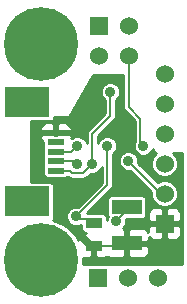
<source format=gbl>
G04 (created by PCBNEW (2013-04-19 BZR 4011)-stable) date 16/10/2013 10:05:19*
%MOIN*%
G04 Gerber Fmt 3.4, Leading zero omitted, Abs format*
%FSLAX34Y34*%
G01*
G70*
G90*
G04 APERTURE LIST*
%ADD10C,2.3622e-006*%
%ADD11R,0.055X0.035*%
%ADD12C,0.2461*%
%ADD13R,0.1496X0.0984*%
%ADD14R,0.0551X0.0197*%
%ADD15R,0.1X0.05*%
%ADD16R,0.06X0.06*%
%ADD17C,0.06*%
%ADD18C,0.035*%
%ADD19C,0.008*%
%ADD20C,0.025*%
%ADD21C,0.01*%
G04 APERTURE END LIST*
G54D10*
G54D11*
X61650Y-42475D03*
X61650Y-43225D03*
G54D12*
X59900Y-36500D03*
X59900Y-43700D03*
G54D13*
X59437Y-38446D03*
X59437Y-41754D03*
G54D14*
X60382Y-39470D03*
X60382Y-39785D03*
X60382Y-40730D03*
X60382Y-40415D03*
X60382Y-40100D03*
G54D15*
X62750Y-41950D03*
X62750Y-43150D03*
G54D16*
X61800Y-44300D03*
G54D17*
X62800Y-44300D03*
X63800Y-44300D03*
G54D16*
X64010Y-42500D03*
G54D17*
X64010Y-41500D03*
X64010Y-40500D03*
X64010Y-39500D03*
X64010Y-38500D03*
X64010Y-37500D03*
G54D16*
X61810Y-35900D03*
G54D17*
X61810Y-36900D03*
X62810Y-35900D03*
X62810Y-36900D03*
G54D18*
X62100Y-39900D03*
X61050Y-42250D03*
X62200Y-38100D03*
X62400Y-42400D03*
X61600Y-40500D03*
X62800Y-40400D03*
X61100Y-40500D03*
X61100Y-39900D03*
X63300Y-39900D03*
X61900Y-42000D03*
X61800Y-38400D03*
G54D19*
X61050Y-42250D02*
X61060Y-42250D01*
X62100Y-41210D02*
X62100Y-39900D01*
X61060Y-42250D02*
X62100Y-41210D01*
X61145Y-42345D02*
X61640Y-42345D01*
X61050Y-42250D02*
X61145Y-42345D01*
X62200Y-38600D02*
X62200Y-38100D01*
X60382Y-40730D02*
X60840Y-40730D01*
X61290Y-40810D02*
X61600Y-40500D01*
X60920Y-40810D02*
X61290Y-40810D01*
X60840Y-40730D02*
X60920Y-40810D01*
X62750Y-42050D02*
X62750Y-41950D01*
X62400Y-42400D02*
X62750Y-42050D01*
X62200Y-38650D02*
X62200Y-38600D01*
X61600Y-40500D02*
X61600Y-39500D01*
X62200Y-38900D02*
X62200Y-38650D01*
X61600Y-39500D02*
X62200Y-38900D01*
X63900Y-41500D02*
X64010Y-41500D01*
X62800Y-40400D02*
X63900Y-41500D01*
X60382Y-40415D02*
X61015Y-40415D01*
X61015Y-40415D02*
X61100Y-40500D01*
X60382Y-40100D02*
X60900Y-40100D01*
X60900Y-40100D02*
X61100Y-39900D01*
X62810Y-36900D02*
X62810Y-38610D01*
X62810Y-38610D02*
X63200Y-39000D01*
X63300Y-39900D02*
X63200Y-39800D01*
X63200Y-39800D02*
X63200Y-39000D01*
G54D20*
X61650Y-43225D02*
X61545Y-43225D01*
X61545Y-43225D02*
X61170Y-42850D01*
G54D19*
X61650Y-43225D02*
X62675Y-43225D01*
X62675Y-43225D02*
X62750Y-43150D01*
X61640Y-43095D02*
X61655Y-43095D01*
G54D10*
G36*
X64575Y-43850D02*
X64560Y-43850D01*
X64560Y-42849D01*
X64560Y-42150D01*
X64522Y-42058D01*
X64460Y-41996D01*
X64460Y-41410D01*
X64391Y-41245D01*
X64265Y-41118D01*
X64099Y-41050D01*
X63920Y-41049D01*
X63777Y-41109D01*
X63124Y-40456D01*
X63125Y-40335D01*
X63075Y-40216D01*
X62984Y-40124D01*
X62864Y-40075D01*
X62735Y-40074D01*
X62616Y-40124D01*
X62524Y-40215D01*
X62475Y-40335D01*
X62474Y-40464D01*
X62524Y-40583D01*
X62615Y-40675D01*
X62735Y-40724D01*
X62856Y-40725D01*
X63560Y-41428D01*
X63559Y-41589D01*
X63628Y-41754D01*
X63754Y-41881D01*
X63920Y-41949D01*
X64099Y-41950D01*
X64264Y-41881D01*
X64391Y-41755D01*
X64459Y-41589D01*
X64460Y-41410D01*
X64460Y-41996D01*
X64451Y-41988D01*
X64359Y-41950D01*
X64260Y-41949D01*
X64122Y-41950D01*
X64060Y-42012D01*
X64060Y-42450D01*
X64497Y-42450D01*
X64560Y-42387D01*
X64560Y-42150D01*
X64560Y-42849D01*
X64560Y-42612D01*
X64497Y-42550D01*
X64060Y-42550D01*
X64060Y-42987D01*
X64122Y-43050D01*
X64260Y-43050D01*
X64359Y-43049D01*
X64451Y-43011D01*
X64522Y-42941D01*
X64560Y-42849D01*
X64560Y-43850D01*
X63960Y-43850D01*
X63960Y-42987D01*
X63960Y-42550D01*
X63960Y-42450D01*
X63960Y-42012D01*
X63897Y-41950D01*
X63759Y-41949D01*
X63660Y-41950D01*
X63568Y-41988D01*
X63497Y-42058D01*
X63459Y-42150D01*
X63460Y-42387D01*
X63522Y-42450D01*
X63960Y-42450D01*
X63960Y-42550D01*
X63522Y-42550D01*
X63460Y-42612D01*
X63459Y-42756D01*
X63391Y-42688D01*
X63299Y-42650D01*
X63200Y-42649D01*
X62862Y-42650D01*
X62800Y-42712D01*
X62800Y-43100D01*
X63437Y-43100D01*
X63500Y-43037D01*
X63500Y-42943D01*
X63568Y-43011D01*
X63660Y-43049D01*
X63759Y-43050D01*
X63897Y-43050D01*
X63960Y-42987D01*
X63960Y-43850D01*
X63799Y-43850D01*
X63710Y-43849D01*
X63710Y-43850D01*
X63500Y-43850D01*
X63500Y-43449D01*
X63500Y-43262D01*
X63437Y-43200D01*
X62800Y-43200D01*
X62800Y-43587D01*
X62862Y-43650D01*
X63200Y-43650D01*
X63299Y-43649D01*
X63391Y-43611D01*
X63462Y-43541D01*
X63500Y-43449D01*
X63500Y-43850D01*
X62799Y-43850D01*
X62710Y-43849D01*
X62710Y-43850D01*
X62700Y-43850D01*
X62100Y-43850D01*
X62070Y-43849D01*
X61470Y-43849D01*
X61470Y-43850D01*
X61280Y-43850D01*
X61280Y-43631D01*
X61325Y-43649D01*
X61424Y-43650D01*
X61537Y-43650D01*
X61600Y-43587D01*
X61600Y-43275D01*
X61592Y-43275D01*
X61592Y-43175D01*
X61600Y-43175D01*
X61600Y-43167D01*
X61700Y-43167D01*
X61700Y-43175D01*
X61707Y-43175D01*
X61707Y-43275D01*
X61700Y-43275D01*
X61700Y-43587D01*
X61762Y-43650D01*
X61875Y-43650D01*
X61974Y-43649D01*
X62066Y-43611D01*
X62087Y-43591D01*
X62108Y-43611D01*
X62200Y-43649D01*
X62299Y-43650D01*
X62637Y-43650D01*
X62700Y-43587D01*
X62700Y-43200D01*
X62692Y-43200D01*
X62692Y-43100D01*
X62700Y-43100D01*
X62700Y-42712D01*
X62637Y-42650D01*
X62609Y-42649D01*
X62675Y-42584D01*
X62724Y-42464D01*
X62725Y-42350D01*
X63279Y-42350D01*
X63334Y-42327D01*
X63377Y-42285D01*
X63399Y-42229D01*
X63400Y-42170D01*
X63400Y-41670D01*
X63377Y-41615D01*
X63335Y-41572D01*
X63279Y-41550D01*
X63220Y-41549D01*
X62220Y-41549D01*
X62165Y-41572D01*
X62122Y-41614D01*
X62100Y-41670D01*
X62099Y-41729D01*
X62099Y-42229D01*
X62109Y-42252D01*
X62075Y-42335D01*
X62075Y-42369D01*
X62075Y-42270D01*
X62052Y-42215D01*
X62010Y-42172D01*
X61954Y-42150D01*
X61895Y-42149D01*
X61428Y-42149D01*
X62234Y-41344D01*
X62234Y-41344D01*
X62234Y-41344D01*
X62275Y-41282D01*
X62290Y-41210D01*
X62290Y-40169D01*
X62375Y-40084D01*
X62424Y-39964D01*
X62425Y-39835D01*
X62375Y-39716D01*
X62284Y-39624D01*
X62164Y-39575D01*
X62035Y-39574D01*
X61916Y-39624D01*
X61824Y-39715D01*
X61790Y-39799D01*
X61790Y-39578D01*
X62334Y-39034D01*
X62334Y-39034D01*
X62334Y-39034D01*
X62375Y-38972D01*
X62390Y-38900D01*
X62390Y-38650D01*
X62390Y-38600D01*
X62390Y-38369D01*
X62475Y-38284D01*
X62524Y-38164D01*
X62525Y-38035D01*
X62475Y-37916D01*
X62384Y-37824D01*
X62264Y-37775D01*
X62135Y-37774D01*
X62016Y-37824D01*
X61924Y-37915D01*
X61875Y-38035D01*
X61874Y-38164D01*
X61924Y-38283D01*
X62010Y-38369D01*
X62010Y-38600D01*
X62010Y-38650D01*
X62010Y-38821D01*
X61465Y-39365D01*
X61424Y-39427D01*
X61410Y-39500D01*
X61410Y-39799D01*
X61375Y-39716D01*
X61284Y-39624D01*
X61164Y-39575D01*
X61035Y-39574D01*
X60916Y-39624D01*
X60897Y-39643D01*
X60907Y-39618D01*
X60907Y-39321D01*
X60869Y-39230D01*
X60799Y-39159D01*
X60707Y-39121D01*
X60607Y-39121D01*
X60494Y-39121D01*
X60432Y-39184D01*
X60432Y-39420D01*
X60845Y-39420D01*
X60907Y-39358D01*
X60907Y-39321D01*
X60907Y-39618D01*
X60907Y-39581D01*
X60845Y-39519D01*
X60432Y-39519D01*
X60432Y-39527D01*
X60332Y-39527D01*
X60332Y-39519D01*
X60332Y-39420D01*
X60332Y-39184D01*
X60269Y-39121D01*
X60156Y-39121D01*
X60056Y-39121D01*
X59964Y-39159D01*
X59894Y-39230D01*
X59856Y-39321D01*
X59856Y-39358D01*
X59919Y-39420D01*
X60332Y-39420D01*
X60332Y-39519D01*
X59919Y-39519D01*
X59856Y-39581D01*
X59856Y-39618D01*
X59894Y-39709D01*
X59956Y-39772D01*
X59956Y-39913D01*
X59968Y-39942D01*
X59956Y-39971D01*
X59956Y-40031D01*
X59956Y-40228D01*
X59968Y-40257D01*
X59956Y-40286D01*
X59956Y-40346D01*
X59956Y-40543D01*
X59968Y-40572D01*
X59956Y-40601D01*
X59956Y-40661D01*
X59956Y-40858D01*
X59979Y-40913D01*
X60021Y-40955D01*
X60076Y-40978D01*
X60136Y-40978D01*
X60687Y-40978D01*
X60742Y-40955D01*
X60769Y-40928D01*
X60785Y-40944D01*
X60847Y-40985D01*
X60920Y-41000D01*
X61290Y-41000D01*
X61362Y-40985D01*
X61424Y-40944D01*
X61543Y-40824D01*
X61664Y-40825D01*
X61783Y-40775D01*
X61875Y-40684D01*
X61910Y-40600D01*
X61910Y-41131D01*
X61115Y-41925D01*
X61114Y-41925D01*
X60985Y-41924D01*
X60866Y-41974D01*
X60774Y-42065D01*
X60725Y-42185D01*
X60724Y-42314D01*
X60774Y-42433D01*
X60865Y-42525D01*
X60985Y-42574D01*
X61114Y-42575D01*
X61211Y-42535D01*
X61224Y-42535D01*
X61224Y-42679D01*
X61247Y-42734D01*
X61289Y-42777D01*
X61345Y-42799D01*
X61374Y-42800D01*
X61325Y-42800D01*
X61233Y-42838D01*
X61162Y-42908D01*
X61124Y-43000D01*
X61124Y-43049D01*
X61071Y-42919D01*
X60683Y-42530D01*
X60280Y-42363D01*
X60312Y-42331D01*
X60334Y-42275D01*
X60335Y-42216D01*
X60335Y-41232D01*
X60312Y-41177D01*
X60270Y-41134D01*
X60214Y-41112D01*
X60155Y-41111D01*
X59550Y-41111D01*
X59550Y-39088D01*
X60214Y-39088D01*
X60269Y-39065D01*
X60312Y-39023D01*
X60334Y-38967D01*
X60334Y-38950D01*
X60829Y-38950D01*
X61629Y-37550D01*
X62620Y-37550D01*
X62620Y-38610D01*
X62634Y-38682D01*
X62675Y-38744D01*
X63010Y-39078D01*
X63010Y-39750D01*
X62975Y-39835D01*
X62974Y-39964D01*
X63024Y-40083D01*
X63115Y-40175D01*
X63235Y-40224D01*
X63364Y-40225D01*
X63483Y-40175D01*
X63575Y-40084D01*
X63611Y-39997D01*
X63664Y-40150D01*
X63723Y-40150D01*
X63628Y-40244D01*
X63560Y-40410D01*
X63559Y-40589D01*
X63628Y-40754D01*
X63754Y-40881D01*
X63920Y-40949D01*
X64099Y-40950D01*
X64264Y-40881D01*
X64391Y-40755D01*
X64459Y-40589D01*
X64460Y-40410D01*
X64391Y-40245D01*
X64296Y-40150D01*
X64575Y-40150D01*
X64575Y-43850D01*
X64575Y-43850D01*
G37*
G54D21*
X64575Y-43850D02*
X64560Y-43850D01*
X64560Y-42849D01*
X64560Y-42150D01*
X64522Y-42058D01*
X64460Y-41996D01*
X64460Y-41410D01*
X64391Y-41245D01*
X64265Y-41118D01*
X64099Y-41050D01*
X63920Y-41049D01*
X63777Y-41109D01*
X63124Y-40456D01*
X63125Y-40335D01*
X63075Y-40216D01*
X62984Y-40124D01*
X62864Y-40075D01*
X62735Y-40074D01*
X62616Y-40124D01*
X62524Y-40215D01*
X62475Y-40335D01*
X62474Y-40464D01*
X62524Y-40583D01*
X62615Y-40675D01*
X62735Y-40724D01*
X62856Y-40725D01*
X63560Y-41428D01*
X63559Y-41589D01*
X63628Y-41754D01*
X63754Y-41881D01*
X63920Y-41949D01*
X64099Y-41950D01*
X64264Y-41881D01*
X64391Y-41755D01*
X64459Y-41589D01*
X64460Y-41410D01*
X64460Y-41996D01*
X64451Y-41988D01*
X64359Y-41950D01*
X64260Y-41949D01*
X64122Y-41950D01*
X64060Y-42012D01*
X64060Y-42450D01*
X64497Y-42450D01*
X64560Y-42387D01*
X64560Y-42150D01*
X64560Y-42849D01*
X64560Y-42612D01*
X64497Y-42550D01*
X64060Y-42550D01*
X64060Y-42987D01*
X64122Y-43050D01*
X64260Y-43050D01*
X64359Y-43049D01*
X64451Y-43011D01*
X64522Y-42941D01*
X64560Y-42849D01*
X64560Y-43850D01*
X63960Y-43850D01*
X63960Y-42987D01*
X63960Y-42550D01*
X63960Y-42450D01*
X63960Y-42012D01*
X63897Y-41950D01*
X63759Y-41949D01*
X63660Y-41950D01*
X63568Y-41988D01*
X63497Y-42058D01*
X63459Y-42150D01*
X63460Y-42387D01*
X63522Y-42450D01*
X63960Y-42450D01*
X63960Y-42550D01*
X63522Y-42550D01*
X63460Y-42612D01*
X63459Y-42756D01*
X63391Y-42688D01*
X63299Y-42650D01*
X63200Y-42649D01*
X62862Y-42650D01*
X62800Y-42712D01*
X62800Y-43100D01*
X63437Y-43100D01*
X63500Y-43037D01*
X63500Y-42943D01*
X63568Y-43011D01*
X63660Y-43049D01*
X63759Y-43050D01*
X63897Y-43050D01*
X63960Y-42987D01*
X63960Y-43850D01*
X63799Y-43850D01*
X63710Y-43849D01*
X63710Y-43850D01*
X63500Y-43850D01*
X63500Y-43449D01*
X63500Y-43262D01*
X63437Y-43200D01*
X62800Y-43200D01*
X62800Y-43587D01*
X62862Y-43650D01*
X63200Y-43650D01*
X63299Y-43649D01*
X63391Y-43611D01*
X63462Y-43541D01*
X63500Y-43449D01*
X63500Y-43850D01*
X62799Y-43850D01*
X62710Y-43849D01*
X62710Y-43850D01*
X62700Y-43850D01*
X62100Y-43850D01*
X62070Y-43849D01*
X61470Y-43849D01*
X61470Y-43850D01*
X61280Y-43850D01*
X61280Y-43631D01*
X61325Y-43649D01*
X61424Y-43650D01*
X61537Y-43650D01*
X61600Y-43587D01*
X61600Y-43275D01*
X61592Y-43275D01*
X61592Y-43175D01*
X61600Y-43175D01*
X61600Y-43167D01*
X61700Y-43167D01*
X61700Y-43175D01*
X61707Y-43175D01*
X61707Y-43275D01*
X61700Y-43275D01*
X61700Y-43587D01*
X61762Y-43650D01*
X61875Y-43650D01*
X61974Y-43649D01*
X62066Y-43611D01*
X62087Y-43591D01*
X62108Y-43611D01*
X62200Y-43649D01*
X62299Y-43650D01*
X62637Y-43650D01*
X62700Y-43587D01*
X62700Y-43200D01*
X62692Y-43200D01*
X62692Y-43100D01*
X62700Y-43100D01*
X62700Y-42712D01*
X62637Y-42650D01*
X62609Y-42649D01*
X62675Y-42584D01*
X62724Y-42464D01*
X62725Y-42350D01*
X63279Y-42350D01*
X63334Y-42327D01*
X63377Y-42285D01*
X63399Y-42229D01*
X63400Y-42170D01*
X63400Y-41670D01*
X63377Y-41615D01*
X63335Y-41572D01*
X63279Y-41550D01*
X63220Y-41549D01*
X62220Y-41549D01*
X62165Y-41572D01*
X62122Y-41614D01*
X62100Y-41670D01*
X62099Y-41729D01*
X62099Y-42229D01*
X62109Y-42252D01*
X62075Y-42335D01*
X62075Y-42369D01*
X62075Y-42270D01*
X62052Y-42215D01*
X62010Y-42172D01*
X61954Y-42150D01*
X61895Y-42149D01*
X61428Y-42149D01*
X62234Y-41344D01*
X62234Y-41344D01*
X62234Y-41344D01*
X62275Y-41282D01*
X62290Y-41210D01*
X62290Y-40169D01*
X62375Y-40084D01*
X62424Y-39964D01*
X62425Y-39835D01*
X62375Y-39716D01*
X62284Y-39624D01*
X62164Y-39575D01*
X62035Y-39574D01*
X61916Y-39624D01*
X61824Y-39715D01*
X61790Y-39799D01*
X61790Y-39578D01*
X62334Y-39034D01*
X62334Y-39034D01*
X62334Y-39034D01*
X62375Y-38972D01*
X62390Y-38900D01*
X62390Y-38650D01*
X62390Y-38600D01*
X62390Y-38369D01*
X62475Y-38284D01*
X62524Y-38164D01*
X62525Y-38035D01*
X62475Y-37916D01*
X62384Y-37824D01*
X62264Y-37775D01*
X62135Y-37774D01*
X62016Y-37824D01*
X61924Y-37915D01*
X61875Y-38035D01*
X61874Y-38164D01*
X61924Y-38283D01*
X62010Y-38369D01*
X62010Y-38600D01*
X62010Y-38650D01*
X62010Y-38821D01*
X61465Y-39365D01*
X61424Y-39427D01*
X61410Y-39500D01*
X61410Y-39799D01*
X61375Y-39716D01*
X61284Y-39624D01*
X61164Y-39575D01*
X61035Y-39574D01*
X60916Y-39624D01*
X60897Y-39643D01*
X60907Y-39618D01*
X60907Y-39321D01*
X60869Y-39230D01*
X60799Y-39159D01*
X60707Y-39121D01*
X60607Y-39121D01*
X60494Y-39121D01*
X60432Y-39184D01*
X60432Y-39420D01*
X60845Y-39420D01*
X60907Y-39358D01*
X60907Y-39321D01*
X60907Y-39618D01*
X60907Y-39581D01*
X60845Y-39519D01*
X60432Y-39519D01*
X60432Y-39527D01*
X60332Y-39527D01*
X60332Y-39519D01*
X60332Y-39420D01*
X60332Y-39184D01*
X60269Y-39121D01*
X60156Y-39121D01*
X60056Y-39121D01*
X59964Y-39159D01*
X59894Y-39230D01*
X59856Y-39321D01*
X59856Y-39358D01*
X59919Y-39420D01*
X60332Y-39420D01*
X60332Y-39519D01*
X59919Y-39519D01*
X59856Y-39581D01*
X59856Y-39618D01*
X59894Y-39709D01*
X59956Y-39772D01*
X59956Y-39913D01*
X59968Y-39942D01*
X59956Y-39971D01*
X59956Y-40031D01*
X59956Y-40228D01*
X59968Y-40257D01*
X59956Y-40286D01*
X59956Y-40346D01*
X59956Y-40543D01*
X59968Y-40572D01*
X59956Y-40601D01*
X59956Y-40661D01*
X59956Y-40858D01*
X59979Y-40913D01*
X60021Y-40955D01*
X60076Y-40978D01*
X60136Y-40978D01*
X60687Y-40978D01*
X60742Y-40955D01*
X60769Y-40928D01*
X60785Y-40944D01*
X60847Y-40985D01*
X60920Y-41000D01*
X61290Y-41000D01*
X61362Y-40985D01*
X61424Y-40944D01*
X61543Y-40824D01*
X61664Y-40825D01*
X61783Y-40775D01*
X61875Y-40684D01*
X61910Y-40600D01*
X61910Y-41131D01*
X61115Y-41925D01*
X61114Y-41925D01*
X60985Y-41924D01*
X60866Y-41974D01*
X60774Y-42065D01*
X60725Y-42185D01*
X60724Y-42314D01*
X60774Y-42433D01*
X60865Y-42525D01*
X60985Y-42574D01*
X61114Y-42575D01*
X61211Y-42535D01*
X61224Y-42535D01*
X61224Y-42679D01*
X61247Y-42734D01*
X61289Y-42777D01*
X61345Y-42799D01*
X61374Y-42800D01*
X61325Y-42800D01*
X61233Y-42838D01*
X61162Y-42908D01*
X61124Y-43000D01*
X61124Y-43049D01*
X61071Y-42919D01*
X60683Y-42530D01*
X60280Y-42363D01*
X60312Y-42331D01*
X60334Y-42275D01*
X60335Y-42216D01*
X60335Y-41232D01*
X60312Y-41177D01*
X60270Y-41134D01*
X60214Y-41112D01*
X60155Y-41111D01*
X59550Y-41111D01*
X59550Y-39088D01*
X60214Y-39088D01*
X60269Y-39065D01*
X60312Y-39023D01*
X60334Y-38967D01*
X60334Y-38950D01*
X60829Y-38950D01*
X61629Y-37550D01*
X62620Y-37550D01*
X62620Y-38610D01*
X62634Y-38682D01*
X62675Y-38744D01*
X63010Y-39078D01*
X63010Y-39750D01*
X62975Y-39835D01*
X62974Y-39964D01*
X63024Y-40083D01*
X63115Y-40175D01*
X63235Y-40224D01*
X63364Y-40225D01*
X63483Y-40175D01*
X63575Y-40084D01*
X63611Y-39997D01*
X63664Y-40150D01*
X63723Y-40150D01*
X63628Y-40244D01*
X63560Y-40410D01*
X63559Y-40589D01*
X63628Y-40754D01*
X63754Y-40881D01*
X63920Y-40949D01*
X64099Y-40950D01*
X64264Y-40881D01*
X64391Y-40755D01*
X64459Y-40589D01*
X64460Y-40410D01*
X64391Y-40245D01*
X64296Y-40150D01*
X64575Y-40150D01*
X64575Y-43850D01*
M02*

</source>
